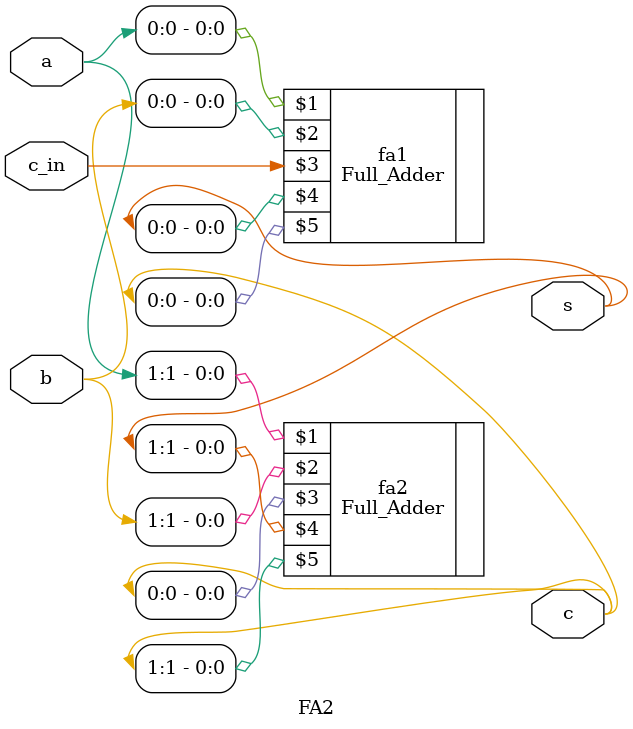
<source format=v>
`timescale 1ns / 1ps


module FA2(a, b, c_in, s,c);
    input [1:0]a,b;
    input c_in;
    output[1:0]s;
    output [1:0]c;
    Full_Adder fa1(a[0],b[0],c_in,s[0],c[0]);
    Full_Adder fa2(a[1],b[1],c[0],s[1],c[1]);
endmodule

</source>
